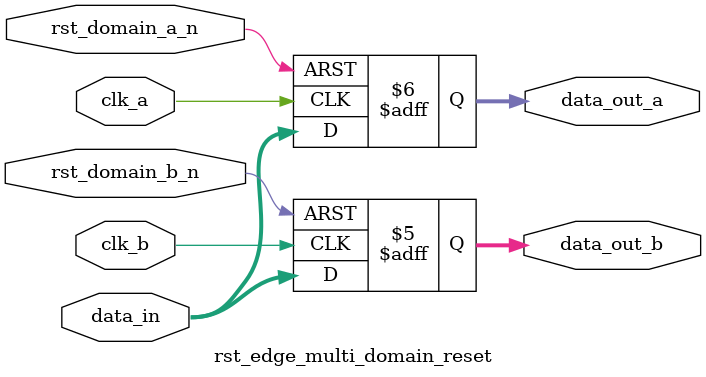
<source format=sv>

module rst_edge_multi_domain_reset (
  input wire clk_a,
  input wire clk_b,
  input wire rst_domain_a_n,
  input wire rst_domain_b_n,
  input wire [7:0] data_in,
  output logic [7:0] data_out_a,
  output logic [7:0] data_out_b
);

  // Domain A with its own reset
  always_ff @(posedge clk_a or negedge rst_domain_a_n) begin
    if (!rst_domain_a_n)
      data_out_a <= 8'h00;
    else
      data_out_a <= data_in;
  end
  
  // Domain B with its own independent reset
  always_ff @(posedge clk_b or negedge rst_domain_b_n) begin
    if (!rst_domain_b_n)
      data_out_b <= 8'h00;
    else
      data_out_b <= data_in;
  end

endmodule


</source>
